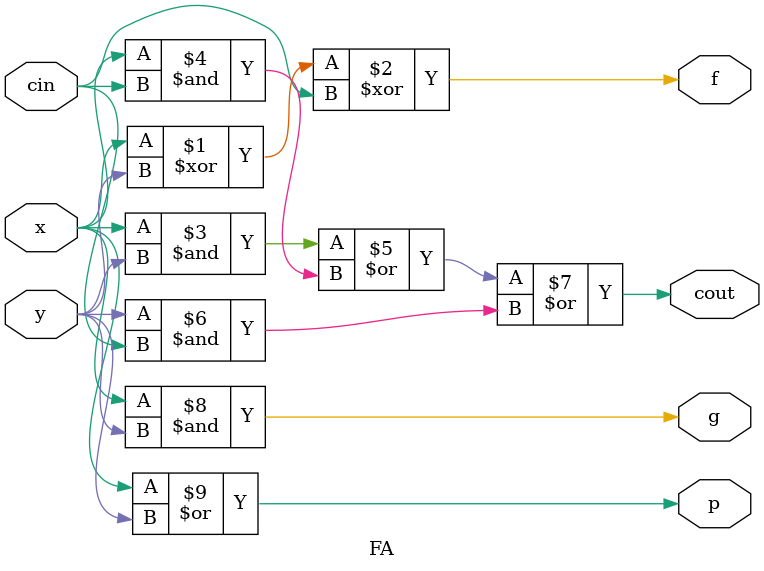
<source format=v>
module FA(
    output f,cout,p,g,
    input x,y,cin
);
    assign f=x^y^cin;
    assign cout= (x & y) | (x & cin) | (y & cin);
    assign g = x & y;
    assign p = x | y;
endmodule

</source>
